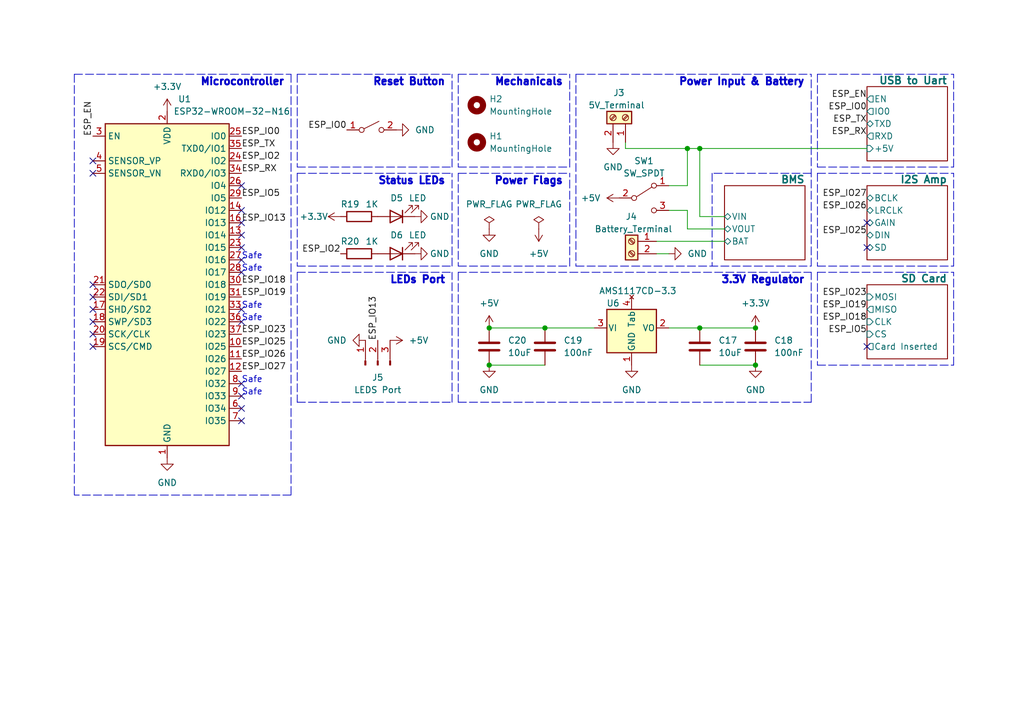
<source format=kicad_sch>
(kicad_sch (version 20230121) (generator eeschema)
  (paper "A5")
  (title_block (title "Way To Silence") (date "2023-10-10") (rev "1.0"))
  (lib_symbols
    (symbol "Way to silence:AMS1117CD-3.3" (pin_names (offset 0.254))
      (property "Reference" "U" (at -3.81 6.35 0))
      (property "Value" "AMS1117CD-3.3" (at 2.54 6.35 0))
      (symbol "AMS1117CD-3.3_0_1"
        (rectangle (start -5.08 3.81) (end 5.08 -5.08) (stroke (width 0.254)) (fill (type background)))
      )
      (symbol "AMS1117CD-3.3_1_1"
        (pin power_in line (at 0 -7.62 90) (length 2.54) (name "GND") (number "1"))
        (pin power_out line (at 7.62 0 180) (length 2.54) (name "VO") (number "2"))
        (pin power_in line (at -7.62 0 0) (length 2.54) (name "VI") (number "3"))
        (pin no_connect line (at 0 6.35 270) (length 2.54) (name "Tab") (number "4"))
      )
    )
    (symbol "Way to silence:C" (pin_numbers hide) (pin_names (offset 0.254))
      (property "Reference" "C" (at -3.81 1.27 0))
      (property "Value" "C" (at 2.54 1.27 0))
      (symbol "C_0_1"
        (polyline (pts (xy -0.762 -2.032) (xy -0.762 2.032)) (stroke (width 0.508)))
        (polyline (pts (xy 0.762 -2.032) (xy 0.762 2.032)) (stroke (width 0.508)))
      )
      (symbol "C_1_1"
        (pin passive line (at -3.81 0 0) (length 2.794) (name "~") (number "1"))
        (pin passive line (at 3.81 0 180) (length 2.794) (name "~") (number "2"))
      )
    )
    (symbol "Way to silence:Conn_01x03_Pin" (pin_names (offset 1.016) hide)
      (property "Reference" "J" (at 0 5.08 0))
      (property "Value" "Conn_01x03_Pin" (at 0 -5.08 0))
      (symbol "Conn_01x03_Pin_1_1"
        (polyline (pts (xy 1.27 -2.54) (xy 0.8636 -2.54)) (stroke (width 0.1524)))
        (polyline (pts (xy 1.27 0) (xy 0.8636 0)) (stroke (width 0.1524)))
        (polyline (pts (xy 1.27 2.54) (xy 0.8636 2.54)) (stroke (width 0.1524)))
        (rectangle (start 0.8636 -2.413) (end 0 -2.667) (stroke (width 0.1524)) (fill (type outline)))
        (rectangle (start 0.8636 0.127) (end 0 -0.127) (stroke (width 0.1524)) (fill (type outline)))
        (rectangle (start 0.8636 2.667) (end 0 2.413) (stroke (width 0.1524)) (fill (type outline)))
        (pin passive line (at 5.08 2.54 180) (length 3.81) (name "Pin_1") (number "1"))
        (pin passive line (at 5.08 0 180) (length 3.81) (name "Pin_2") (number "2"))
        (pin passive line (at 5.08 -2.54 180) (length 3.81) (name "Pin_3") (number "3"))
      )
    )
    (symbol "Way to silence:ESP32-WROOM-32-N16"
      (property "Reference" "U" (at 0 0 0))
      (property "Value" "ESP32-WROOM-32-N16" (at 0 55.88 0))
      (symbol "ESP32-WROOM-32-N16_0_1"
        (rectangle (start -12.7 33.02) (end 12.7 -33.02) (stroke (width 0.254)) (fill (type background)))
      )
      (symbol "ESP32-WROOM-32-N16_1_1"
        (pin power_in line (at 0 -35.56 90) (length 2.54) (name "GND") (number "1"))
        (pin bidirectional line (at 15.24 -12.7 180) (length 2.54) (name "IO25") (number "10"))
        (pin bidirectional line (at 15.24 -15.24 180) (length 2.54) (name "IO26") (number "11"))
        (pin bidirectional line (at 15.24 -17.78 180) (length 2.54) (name "IO27") (number "12"))
        (pin bidirectional line (at 15.24 10.16 180) (length 2.54) (name "IO14") (number "13"))
        (pin bidirectional line (at 15.24 15.24 180) (length 2.54) (name "IO12") (number "14"))
        (pin passive line (at 0 -35.56 90) (length 2.54) hide (name "GND") (number "15"))
        (pin bidirectional line (at 15.24 12.7 180) (length 2.54) (name "IO13") (number "16"))
        (pin bidirectional line (at -15.24 -5.08 0) (length 2.54) (name "SHD/SD2") (number "17"))
        (pin bidirectional line (at -15.24 -7.62 0) (length 2.54) (name "SWP/SD3") (number "18"))
        (pin bidirectional line (at -15.24 -12.7 0) (length 2.54) (name "SCS/CMD") (number "19"))
        (pin power_in line (at 0 35.56 270) (length 2.54) (name "VDD") (number "2"))
        (pin bidirectional line (at -15.24 -10.16 0) (length 2.54) (name "SCK/CLK") (number "20"))
        (pin bidirectional line (at -15.24 0 0) (length 2.54) (name "SDO/SD0") (number "21"))
        (pin bidirectional line (at -15.24 -2.54 0) (length 2.54) (name "SDI/SD1") (number "22"))
        (pin bidirectional line (at 15.24 7.62 180) (length 2.54) (name "IO15") (number "23"))
        (pin bidirectional line (at 15.24 25.4 180) (length 2.54) (name "IO2") (number "24"))
        (pin bidirectional line (at 15.24 30.48 180) (length 2.54) (name "IO0") (number "25"))
        (pin bidirectional line (at 15.24 20.32 180) (length 2.54) (name "IO4") (number "26"))
        (pin bidirectional line (at 15.24 5.08 180) (length 2.54) (name "IO16") (number "27"))
        (pin bidirectional line (at 15.24 2.54 180) (length 2.54) (name "IO17") (number "28"))
        (pin bidirectional line (at 15.24 17.78 180) (length 2.54) (name "IO5") (number "29"))
        (pin input line (at -15.24 30.48 0) (length 2.54) (name "EN") (number "3"))
        (pin bidirectional line (at 15.24 0 180) (length 2.54) (name "IO18") (number "30"))
        (pin bidirectional line (at 15.24 -2.54 180) (length 2.54) (name "IO19") (number "31"))
        (pin no_connect line (at -12.7 -27.94 0) (length 2.54) hide (name "NC") (number "32"))
        (pin bidirectional line (at 15.24 -5.08 180) (length 2.54) (name "IO21") (number "33"))
        (pin bidirectional line (at 15.24 22.86 180) (length 2.54) (name "RXD0/IO3") (number "34"))
        (pin bidirectional line (at 15.24 27.94 180) (length 2.54) (name "TXD0/IO1") (number "35"))
        (pin bidirectional line (at 15.24 -7.62 180) (length 2.54) (name "IO22") (number "36"))
        (pin bidirectional line (at 15.24 -10.16 180) (length 2.54) (name "IO23") (number "37"))
        (pin passive line (at 0 -35.56 90) (length 2.54) hide (name "GND") (number "38"))
        (pin passive line (at 0 -35.56 90) (length 2.54) hide (name "GND") (number "39"))
        (pin input line (at -15.24 25.4 0) (length 2.54) (name "SENSOR_VP") (number "4"))
        (pin input line (at -15.24 22.86 0) (length 2.54) (name "SENSOR_VN") (number "5"))
        (pin input line (at 15.24 -25.4 180) (length 2.54) (name "IO34") (number "6"))
        (pin input line (at 15.24 -27.94 180) (length 2.54) (name "IO35") (number "7"))
        (pin bidirectional line (at 15.24 -20.32 180) (length 2.54) (name "IO32") (number "8"))
        (pin bidirectional line (at 15.24 -22.86 180) (length 2.54) (name "IO33") (number "9"))
      )
    )
    (symbol "Way to silence:LED" (pin_numbers hide) (pin_names (offset 1.016) hide)
      (property "Reference" "D" (at 0 2.54 0))
      (property "Value" "LED" (at 0 -2.54 0))
      (symbol "LED_0_1"
        (polyline (pts (xy -1.27 -1.27) (xy -1.27 1.27)) (stroke (width 0.254)))
        (polyline (pts (xy -1.27 0) (xy 1.27 0)))
        (polyline (pts (xy 1.27 -1.27) (xy 1.27 1.27) (xy -1.27 0) (xy 1.27 -1.27)) (stroke (width 0.254)))
        (polyline (pts (xy -3.048 -0.762) (xy -4.572 -2.286) (xy -3.81 -2.286) (xy -4.572 -2.286) (xy -4.572 -1.524)))
        (polyline (pts (xy -1.778 -0.762) (xy -3.302 -2.286) (xy -2.54 -2.286) (xy -3.302 -2.286) (xy -3.302 -1.524)))
      )
      (symbol "LED_1_1"
        (pin passive line (at -3.81 0 0) (length 2.54) (name "K") (number "1"))
        (pin passive line (at 3.81 0 180) (length 2.54) (name "A") (number "2"))
      )
    )
    (symbol "Way to silence:MountingHole" (pin_names (offset 1.016)) (in_bom no)
      (property "Reference" "H" (at 0 5.08 0))
      (property "Value" "MountingHole" (at 0 3.175 0))
      (symbol "MountingHole_0_1"
        (circle (center 0 0) (radius 1.27) (stroke (width 1.27)))
      )
    )
    (symbol "Way to silence:R" (pin_numbers hide) (pin_names (offset 0))
      (property "Reference" "R" (at 0 2.032 0))
      (property "Value" "R" (at 0 0 0))
      (symbol "R_0_1"
        (rectangle (start 2.54 -1.016) (end -2.54 1.016) (stroke (width 0.254)))
      )
      (symbol "R_1_1"
        (pin passive line (at -3.81 0 0) (length 1.27) (name "~") (number "1"))
        (pin passive line (at 3.81 0 180) (length 1.27) (name "~") (number "2"))
      )
    )
    (symbol "Way to silence:SW_SPDT" (pin_names (offset 0) hide)
      (property "Reference" "SW" (at 0 4.318 0))
      (property "Value" "SW_SPDT" (at 0 -5.08 0))
      (symbol "SW_SPDT_0_0"
        (circle (center -2.032 0) (radius 0.508))
        (circle (center 2.032 -2.54) (radius 0.508))
      )
      (symbol "SW_SPDT_0_1"
        (polyline (pts (xy -1.524 0.254) (xy 1.651 2.286)))
        (circle (center 2.032 2.54) (radius 0.508))
      )
      (symbol "SW_SPDT_1_1"
        (pin passive line (at 5.08 2.54 180) (length 2.54) (name "A") (number "1"))
        (pin passive line (at -5.08 0 0) (length 2.54) (name "B") (number "2"))
        (pin passive line (at 5.08 -2.54 180) (length 2.54) (name "C") (number "3"))
      )
    )
    (symbol "Way to silence:SW_SPST" (pin_names (offset 0) hide)
      (property "Reference" "SW" (at 0 3.175 0))
      (property "Value" "SW_SPST" (at 0 -2.54 0))
      (symbol "SW_SPST_0_0"
        (circle (center -2.032 0) (radius 0.508))
        (polyline (pts (xy -1.524 0.254) (xy 1.524 1.778)))
        (circle (center 2.032 0) (radius 0.508))
      )
      (symbol "SW_SPST_1_1"
        (pin passive line (at -5.08 0 0) (length 2.54) (name "A") (number "1"))
        (pin passive line (at 5.08 0 180) (length 2.54) (name "B") (number "2"))
      )
    )
    (symbol "Way to silence:Screw_Terminal_01x02" (pin_names (offset 1.016) hide)
      (property "Reference" "J" (at 0 2.54 0))
      (property "Value" "Screw_Terminal_01x02" (at 0 -5.08 0))
      (symbol "Screw_Terminal_01x02_1_1"
        (rectangle (start -1.27 1.27) (end 1.27 -3.81) (stroke (width 0.254)) (fill (type background)))
        (circle (center 0 -2.54) (radius 0.635) (stroke (width 0.1524)))
        (polyline (pts (xy -0.5334 -2.2098) (xy 0.3302 -3.048)) (stroke (width 0.1524)))
        (polyline (pts (xy -0.5334 0.3302) (xy 0.3302 -0.508)) (stroke (width 0.1524)))
        (polyline (pts (xy -0.3556 -2.032) (xy 0.508 -2.8702)) (stroke (width 0.1524)))
        (polyline (pts (xy -0.3556 0.508) (xy 0.508 -0.3302)) (stroke (width 0.1524)))
        (circle (center 0 0) (radius 0.635) (stroke (width 0.1524)))
        (pin passive line (at -5.08 -2.54 0) (length 3.81) (name "Pin_1") (number "1"))
        (pin passive line (at -5.08 0 0) (length 3.81) (name "Pin_2") (number "2"))
      )
    )
    (symbol "power:+3.3V" (power) (pin_names (offset 0))
      (property "Value" "+3.3V" (at 0 3.556 0))
      (symbol "+3.3V_0_1"
        (polyline (pts (xy -0.762 1.27) (xy 0 2.54)))
        (polyline (pts (xy 0 0) (xy 0 2.54)))
        (polyline (pts (xy 0 2.54) (xy 0.762 1.27)))
      )
      (symbol "+3.3V_1_1"
        (pin power_in line (at 0 0 90) (length 0) hide (name "+3.3V") (number "1"))
      )
    )
    (symbol "power:+5V" (power) (pin_names (offset 0))
      (property "Value" "+5V" (at 0 3.556 0))
      (symbol "+5V_0_1"
        (polyline (pts (xy -0.762 1.27) (xy 0 2.54)))
        (polyline (pts (xy 0 0) (xy 0 2.54)))
        (polyline (pts (xy 0 2.54) (xy 0.762 1.27)))
      )
      (symbol "+5V_1_1"
        (pin power_in line (at 0 0 90) (length 0) hide (name "+5V") (number "1"))
      )
    )
    (symbol "power:GND" (power) (pin_names (offset 0))
      (property "Value" "GND" (at 0 -3.81 0))
      (symbol "GND_0_1"
        (polyline (pts (xy 0 0) (xy 0 -1.27) (xy 1.27 -1.27) (xy 0 -2.54) (xy -1.27 -1.27) (xy 0 -1.27)))
      )
      (symbol "GND_1_1"
        (pin power_in line (at 0 0 270) (length 0) hide (name "GND") (number "1"))
      )
    )
    (symbol "power:PWR_FLAG" (power) (pin_numbers hide) (pin_names (offset 0) hide)
      (property "Value" "PWR_FLAG" (at 0 3.81 0))
      (symbol "PWR_FLAG_0_0"
        (pin power_out line (at 0 0 90) (length 0) (name "pwr") (number "1"))
      )
      (symbol "PWR_FLAG_0_1"
        (polyline (pts (xy 0 0) (xy 0 1.27) (xy -1.016 1.905) (xy 0 2.54) (xy 1.016 1.905) (xy 0 1.27)))
      )
    )
  )
  (junction (at 143.51 67.31))
  (junction (at 100.33 67.31))
  (junction (at 143.51 30.48))
  (junction (at 111.76 67.31))
  (junction (at 154.94 67.31))
  (junction (at 140.97 30.48))
  (junction (at 154.94 74.93))
  (junction (at 100.33 74.93))
  (no_connect (at 19.05 66.04))
  (no_connect (at 49.53 83.82))
  (no_connect (at 19.05 35.56))
  (no_connect (at 177.8 45.72))
  (no_connect (at 49.53 48.26))
  (no_connect (at 19.05 58.42))
  (no_connect (at 49.53 63.5))
  (no_connect (at 177.8 50.8))
  (no_connect (at 49.53 81.28))
  (no_connect (at 177.8 71.12))
  (no_connect (at 19.05 60.96))
  (no_connect (at 49.53 50.8))
  (no_connect (at 49.53 38.1))
  (no_connect (at 19.05 71.12))
  (no_connect (at 49.53 78.74))
  (no_connect (at 49.53 55.88))
  (no_connect (at 19.05 33.02))
  (no_connect (at 49.53 86.36))
  (no_connect (at 49.53 53.34))
  (no_connect (at 49.53 43.18))
  (no_connect (at 19.05 63.5))
  (no_connect (at 49.53 66.04))
  (no_connect (at 19.05 68.58))
  (no_connect (at 49.53 45.72))
  (polyline (pts (xy 93.98 15.24) (xy 116.84 15.24)) (stroke (width 0) (type dash)))
  (polyline (pts (xy 93.98 34.29) (xy 116.84 34.29)) (stroke (width 0) (type dash)))
  (wire (pts (xy 143.51 30.48) (xy 177.8 30.48)))
  (wire (pts (xy 148.59 46.99) (xy 140.97 46.99)))
  (polyline (pts (xy 60.96 35.56) (xy 92.71 35.56)) (stroke (width 0) (type dash)))
  (polyline (pts (xy 60.96 82.55) (xy 92.71 82.55)) (stroke (width 0) (type dash)))
  (wire (pts (xy 137.16 38.1) (xy 140.97 38.1)))
  (polyline (pts (xy 93.98 15.24) (xy 93.98 34.29)) (stroke (width 0) (type dash)))
  (polyline (pts (xy 92.71 82.55) (xy 92.71 55.88)) (stroke (width 0) (type dash)))
  (polyline (pts (xy 59.69 101.6) (xy 15.24 101.6)) (stroke (width 0) (type dash)))
  (polyline (pts (xy 118.11 15.24) (xy 166.37 15.24)) (stroke (width 0) (type dash)))
  (polyline (pts (xy 118.11 54.61) (xy 166.37 54.61)) (stroke (width 0) (type dash)))
  (polyline (pts (xy 167.64 55.88) (xy 195.58 55.88)) (stroke (width 0) (type dash)))
  (wire (pts (xy 140.97 30.48) (xy 143.51 30.48)))
  (polyline (pts (xy 15.24 15.24) (xy 59.69 15.24)) (stroke (width 0) (type dash)))
  (polyline (pts (xy 167.64 15.24) (xy 167.64 34.29)) (stroke (width 0) (type dash)))
  (wire (pts (xy 143.51 44.45) (xy 148.59 44.45)))
  (polyline (pts (xy 92.71 54.61) (xy 92.71 35.56)) (stroke (width 0) (type dash)))
  (polyline (pts (xy 60.96 55.88) (xy 60.96 82.55)) (stroke (width 0) (type dash)))
  (wire (pts (xy 140.97 46.99) (xy 140.97 43.18)))
  (polyline (pts (xy 15.24 15.24) (xy 15.24 101.6)) (stroke (width 0) (type dash)))
  (wire (pts (xy 143.51 74.93) (xy 154.94 74.93)))
  (wire (pts (xy 137.16 67.31) (xy 143.51 67.31)))
  (polyline (pts (xy 167.64 34.29) (xy 195.58 34.29)) (stroke (width 0) (type dash)))
  (wire (pts (xy 128.27 30.48) (xy 128.27 29.21)))
  (polyline (pts (xy 116.84 34.29) (xy 116.84 15.24)) (stroke (width 0) (type dash)))
  (polyline (pts (xy 93.98 54.61) (xy 116.84 54.61)) (stroke (width 0) (type dash)))
  (wire (pts (xy 140.97 38.1) (xy 140.97 30.48)))
  (wire (pts (xy 143.51 67.31) (xy 154.94 67.31)))
  (polyline (pts (xy 167.64 54.61) (xy 195.58 54.61)) (stroke (width 0) (type dash)))
  (polyline (pts (xy 166.37 35.56) (xy 146.05 35.56)) (stroke (width 0) (type dash)))
  (wire (pts (xy 100.33 74.93) (xy 111.76 74.93)))
  (polyline (pts (xy 60.96 15.24) (xy 92.71 15.24)) (stroke (width 0) (type dash)))
  (polyline (pts (xy 167.64 15.24) (xy 195.58 15.24)) (stroke (width 0) (type dash)))
  (polyline (pts (xy 195.58 54.61) (xy 195.58 35.56)) (stroke (width 0) (type dash)))
  (polyline (pts (xy 167.64 35.56) (xy 195.58 35.56)) (stroke (width 0) (type dash)))
  (wire (pts (xy 100.33 67.31) (xy 111.76 67.31)))
  (polyline (pts (xy 166.37 82.55) (xy 166.37 55.88)) (stroke (width 0) (type dash)))
  (polyline (pts (xy 60.96 15.24) (xy 60.96 34.29)) (stroke (width 0) (type dash)))
  (polyline (pts (xy 59.69 15.24) (xy 59.69 101.6)) (stroke (width 0) (type dash)))
  (polyline (pts (xy 60.96 34.29) (xy 92.71 34.29)) (stroke (width 0) (type dash)))
  (polyline (pts (xy 166.37 54.61) (xy 166.37 15.24)) (stroke (width 0) (type dash)))
  (polyline (pts (xy 93.98 55.88) (xy 93.98 82.55)) (stroke (width 0) (type dash)))
  (polyline (pts (xy 167.64 55.88) (xy 167.64 74.93)) (stroke (width 0) (type dash)))
  (polyline (pts (xy 60.96 35.56) (xy 60.96 54.61)) (stroke (width 0) (type dash)))
  (wire (pts (xy 134.62 52.07) (xy 137.16 52.07)))
  (polyline (pts (xy 167.64 74.93) (xy 195.58 74.93)) (stroke (width 0) (type dash)))
  (polyline (pts (xy 118.11 15.24) (xy 118.11 54.61)) (stroke (width 0) (type dash)))
  (wire (pts (xy 143.51 30.48) (xy 143.51 44.45)))
  (polyline (pts (xy 93.98 35.56) (xy 116.84 35.56)) (stroke (width 0) (type dash)))
  (polyline (pts (xy 146.05 35.56) (xy 146.05 54.61)) (stroke (width 0) (type dash)))
  (polyline (pts (xy 195.58 74.93) (xy 195.58 55.88)) (stroke (width 0) (type dash)))
  (polyline (pts (xy 116.84 54.61) (xy 116.84 35.56)) (stroke (width 0) (type dash)))
  (polyline (pts (xy 93.98 55.88) (xy 166.37 55.88)) (stroke (width 0) (type dash)))
  (polyline (pts (xy 60.96 55.88) (xy 92.71 55.88)) (stroke (width 0) (type dash)))
  (wire (pts (xy 134.62 49.53) (xy 148.59 49.53)))
  (wire (pts (xy 111.76 67.31) (xy 121.92 67.31)))
  (wire (pts (xy 140.97 30.48) (xy 128.27 30.48)))
  (polyline (pts (xy 92.71 34.29) (xy 92.71 15.24)) (stroke (width 0) (type dash)))
  (polyline (pts (xy 195.58 34.29) (xy 195.58 15.24)) (stroke (width 0) (type dash)))
  (polyline (pts (xy 93.98 82.55) (xy 166.37 82.55)) (stroke (width 0) (type dash)))
  (polyline (pts (xy 60.96 54.61) (xy 92.71 54.61)) (stroke (width 0) (type dash)))
  (polyline (pts (xy 93.98 35.56) (xy 93.98 54.61)) (stroke (width 0) (type dash)))
  (wire (pts (xy 140.97 43.18) (xy 137.16 43.18)))
  (polyline (pts (xy 167.64 35.56) (xy 167.64 54.61)) (stroke (width 0) (type dash)))
  (text "LEDs Port" (at 91.44 58.42 0) (effects (font (size 1.5 1.5) (thickness 0.4) bold) (justify right bottom)))
  (text "Safe" (at 49.53 55.88 0) (effects (font (size 1.27 1.27)) (justify left bottom)))
  (text "Safe" (at 49.53 53.34 0) (effects (font (size 1.27 1.27)) (justify left bottom)))
  (text "Safe" (at 49.53 81.28 0) (effects (font (size 1.27 1.27)) (justify left bottom)))
  (text "3.3V Regulator" (at 165.1 58.42 0) (effects (font (size 1.5 1.5) (thickness 0.4) bold) (justify right bottom)))
  (text "Reset Button\n" (at 91.44 17.78 0) (effects (font (size 1.5 1.5) (thickness 0.4) bold) (justify right bottom)))
  (text "Status LEDs" (at 91.44 38.1 0) (effects (font (size 1.5 1.5) (thickness 0.4) bold) (justify right bottom)))
  (text "Microcontroller" (at 58.42 17.78 0) (effects (font (size 1.5 1.5) (thickness 0.4) bold) (justify right bottom)))
  (text "Safe" (at 49.53 66.04 0) (effects (font (size 1.27 1.27)) (justify left bottom)))
  (text "Power Flags" (at 115.57 38.1 0) (effects (font (size 1.5 1.5) (thickness 0.4) bold) (justify right bottom)))
  (text "Power Input & Battery" (at 165.1 17.78 0) (effects (font (size 1.5 1.5) (thickness 0.4) bold) (justify right bottom)))
  (text "Safe" (at 49.53 78.74 0) (effects (font (size 1.27 1.27)) (justify left bottom)))
  (text "Mechanicals" (at 115.57 17.78 0) (effects (font (size 1.5 1.5) (thickness 0.4) bold) (justify right bottom)))
  (text "Safe" (at 49.53 63.5 0) (effects (font (size 1.27 1.27)) (justify left bottom)))
  (label "ESP_EN" (at 19.05 27.94 90))
  (label "ESP_TX" (at 49.53 30.48 0))
  (label "ESP_RX" (at 177.8 27.94 180))
  (label "ESP_IO19" (at 49.53 60.96 0))
  (label "ESP_TX" (at 177.8 25.4 180))
  (label "ESP_IO25" (at 177.8 48.26 180))
  (label "ESP_IO13" (at 49.53 45.72 0))
  (label "ESP_IO0" (at 71.12 26.67 180))
  (label "ESP_IO23" (at 49.53 68.58 0))
  (label "ESP_IO18" (at 49.53 58.42 0))
  (label "ESP_IO26" (at 49.53 73.66 0))
  (label "ESP_EN" (at 177.8 20.32 180))
  (label "ESP_IO23" (at 177.8 60.96 180))
  (label "ESP_IO2" (at 69.85 52.07 180))
  (label "ESP_IO26" (at 177.8 43.18 180))
  (label "ESP_IO13" (at 77.47 69.85 90))
  (label "ESP_IO5" (at 177.8 68.58 180))
  (label "ESP_IO2" (at 49.53 33.02 0))
  (label "ESP_IO19" (at 177.8 63.5 180))
  (label "ESP_IO5" (at 49.53 40.64 0))
  (label "ESP_IO18" (at 177.8 66.04 180))
  (label "ESP_RX" (at 49.53 35.56 0))
  (label "ESP_IO27" (at 177.8 40.64 180))
  (label "ESP_IO27" (at 49.53 76.2 0))
  (label "ESP_IO25" (at 49.53 71.12 0))
  (label "ESP_IO0" (at 177.8 22.86 180))
  (label "ESP_IO0" (at 49.53 27.94 0))
  (symbol (lib_id "power:GND") (at 137.16 52.07 90) (unit 1)
    (property "Reference" "#PWR012" (effects hide))
    (property "Value" "GND" (at 140.97 52.07 90) (effects (justify right)))
  )
  (symbol (lib_id "power:+3.3V") (at 154.94 67.31 0) (unit 1)
    (property "Reference" "#PWR044" (effects hide))
    (property "Value" "+3.3V" (at 154.94 62.23 0))
  )
  (symbol (lib_id "Way to silence:ESP32-WROOM-32-N16") (at 34.29 58.42 0) (unit 1)
    (property "Reference" "U1" (at 36.4841 20.32 0) (effects (justify left)))
    (property "Value" "ESP32-WROOM-32-N16" (at 35.56 22.86 0) (effects (justify left)))
    (property "Footprint" "Way to silence:ESP32-WROOM-32" (effects hide))
    (property "Datasheet" "https://datasheet.lcsc.com/lcsc/2304140030_Espressif-Systems-ESP32-WROOM-32-N16_C529581.pdf" (effects hide))
    (property "LCSC" "C529581" (effects hide))
    (property "JLCPCB Position Offset" "-0.1, -0.95" (effects hide))
  )
  (symbol (lib_id "power:GND") (at 74.93 69.85 270) (unit 1)
    (property "Reference" "#PWR050" (effects hide))
    (property "Value" "GND" (at 71.12 69.85 90) (effects (justify right)))
  )
  (symbol (lib_id "Way to silence:MountingHole") (at 97.79 21.59 0) (unit 1) (in_bom no)
    (property "Reference" "H2" (at 100.33 20.32 0) (effects (justify left)))
    (property "Value" "MountingHole" (at 100.33 22.86 0) (effects (justify left)))
    (property "Footprint" "Way to silence:MountingHole_3.2mm_M3" (effects hide))
  )
  (symbol (lib_id "Way to silence:MountingHole") (at 97.79 29.21 0) (unit 1) (in_bom no)
    (property "Reference" "H1" (at 100.33 27.94 0) (effects (justify left)))
    (property "Value" "MountingHole" (at 100.33 30.48 0) (effects (justify left)))
    (property "Footprint" "Way to silence:MountingHole_3.2mm_M3" (effects hide))
  )
  (symbol (lib_id "power:PWR_FLAG") (at 100.33 46.99 0) (unit 1)
    (property "Reference" "#FLG01" (effects hide))
    (property "Value" "PWR_FLAG" (at 100.33 41.91 0))
  )
  (symbol (lib_id "power:GND") (at 125.73 29.21 0) (unit 1)
    (property "Reference" "#PWR011" (effects hide))
    (property "Value" "GND" (at 125.73 34.29 0))
  )
  (symbol (lib_id "power:GND") (at 85.09 44.45 90) (unit 1)
    (property "Reference" "#PWR045" (effects hide))
    (property "Value" "GND" (at 90.17 44.45 90))
  )
  (symbol (lib_id "power:+5V") (at 127 40.64 90) (unit 1)
    (property "Reference" "#PWR06" (effects hide))
    (property "Value" "+5V" (at 123.19 40.64 90) (effects (justify left)))
  )
  (symbol (lib_id "power:PWR_FLAG") (at 110.49 46.99 0) (unit 1)
    (property "Reference" "#FLG03" (effects hide))
    (property "Value" "PWR_FLAG" (at 110.49 41.91 0))
  )
  (symbol (lib_id "power:+5V") (at 100.33 67.31 0) (unit 1)
    (property "Reference" "#PWR043" (effects hide))
    (property "Value" "+5V" (at 100.33 62.23 0))
  )
  (symbol (lib_id "power:+3.3V") (at 34.29 22.86 0) (unit 1)
    (property "Reference" "#PWR048" (effects hide))
    (property "Value" "+3.3V" (at 34.29 17.78 0))
  )
  (symbol (lib_id "Way to silence:R") (at 73.66 52.07 180) (unit 1)
    (property "Reference" "R20" (at 69.85 49.53 0) (effects (justify right)))
    (property "Value" "1K" (at 74.93 49.53 0) (effects (justify right)))
    (property "Footprint" "Way to silence:R_0603_1608Metric" (effects hide))
    (property "LCSC" "C21190" (effects hide))
  )
  (symbol (lib_id "power:+5V") (at 110.49 46.99 180) (unit 1)
    (property "Reference" "#PWR04" (effects hide))
    (property "Value" "+5V" (at 110.49 52.07 0))
  )
  (symbol (lib_id "power:+5V") (at 80.01 69.85 270) (unit 1)
    (property "Reference" "#PWR051" (effects hide))
    (property "Value" "+5V" (at 83.82 69.85 90) (effects (justify left)))
  )
  (symbol (lib_id "Way to silence:Conn_01x03_Pin") (at 77.47 74.93 90) (unit 1)
    (property "Reference" "J5" (at 77.47 77.47 90))
    (property "Value" "LEDS Port" (at 77.47 80.01 90))
    (property "Footprint" "Way to silence:PinHeader_1x03_P2.54mm_Vertical" (effects hide))
  )
  (symbol (lib_id "Way to silence:AMS1117CD-3.3") (at 129.54 67.31 0) (unit 1)
    (property "Reference" "U6" (at 125.73 62.23 0))
    (property "Value" "AMS1117CD-3.3" (at 130.81 59.69 0))
    (property "Footprint" "Way to silence:AMS1117CD-3.3" (effects hide))
    (property "Datasheet" "http://www.advanced-monolithic.com/pdf/ds1117.pdf" (effects hide))
    (property "LCSC" "C347222" (effects hide))
    (property "JLCPCB Rotation Offset" "270" (effects hide))
  )
  (symbol (lib_id "power:GND") (at 100.33 46.99 0) (unit 1)
    (property "Reference" "#PWR09" (effects hide))
    (property "Value" "GND" (at 100.33 52.07 0))
  )
  (symbol (lib_id "Way to silence:SW_SPDT") (at 132.08 40.64 0) (unit 1)
    (property "Reference" "SW1" (at 132.08 33.02 0))
    (property "Value" "SW_SPDT" (at 132.08 35.56 0))
    (property "Footprint" "Way to silence:SW_SPDT" (effects hide))
    (property "LCSC" "C319013" (effects hide))
  )
  (symbol (lib_id "power:GND") (at 34.29 93.98 0) (unit 1)
    (property "Reference" "#PWR047" (effects hide))
    (property "Value" "GND" (at 34.29 99.06 0))
  )
  (symbol (lib_id "Way to silence:C") (at 143.51 71.12 90) (unit 1)
    (property "Reference" "C17" (at 147.32 69.85 90) (effects (justify right)))
    (property "Value" "10uF" (at 147.32 72.39 90) (effects (justify right)))
    (property "Footprint" "Way to silence:C_0603_1608Metric" (effects hide))
    (property "LCSC" "C77041" (effects hide))
  )
  (symbol (lib_id "power:GND") (at 81.28 26.67 90) (unit 1)
    (property "Reference" "#PWR049" (effects hide))
    (property "Value" "GND" (at 85.09 26.67 90) (effects (justify right)))
  )
  (symbol (lib_id "Way to silence:LED") (at 81.28 52.07 180) (unit 1)
    (property "Reference" "D6" (at 80.01 48.26 0) (effects (justify right)))
    (property "Value" "LED" (at 83.82 48.26 0) (effects (justify right)))
    (property "Footprint" "Way to silence:LED_0603" (effects hide))
    (property "LCSC" "C84268" (effects hide))
  )
  (symbol (lib_id "Way to silence:LED") (at 81.28 44.45 180) (unit 1)
    (property "Reference" "D5" (at 80.01 40.64 0) (effects (justify right)))
    (property "Value" "LED" (at 83.82 40.64 0) (effects (justify right)))
    (property "Footprint" "Way to silence:LED_0603" (effects hide))
    (property "LCSC" "C84268" (effects hide))
  )
  (symbol (lib_id "Way to silence:C") (at 154.94 71.12 90) (unit 1)
    (property "Reference" "C18" (at 158.75 69.85 90) (effects (justify right)))
    (property "Value" "100nF" (at 158.75 72.39 90) (effects (justify right)))
    (property "Footprint" "Way to silence:C_0603_1608Metric" (effects hide))
    (property "LCSC" "C14663" (effects hide))
  )
  (symbol (lib_id "Way to silence:R") (at 73.66 44.45 180) (unit 1)
    (property "Reference" "R19" (at 69.85 41.91 0) (effects (justify right)))
    (property "Value" "1K" (at 74.93 41.91 0) (effects (justify right)))
    (property "Footprint" "Way to silence:R_0603_1608Metric" (effects hide))
    (property "LCSC" "C21190" (effects hide))
  )
  (symbol (lib_id "Way to silence:SW_SPST") (at 76.2 26.67 0) (unit 1)
    (property "Reference" "SW3" (effects hide))
    (property "Value" "SW_SPST" (effects hide))
    (property "Footprint" "Way to silence:SW_SPST" (effects hide))
    (property "LCSC" "C455280" (effects hide))
  )
  (symbol (lib_id "power:GND") (at 100.33 74.93 0) (unit 1)
    (property "Reference" "#PWR042" (effects hide))
    (property "Value" "GND" (at 100.33 80.01 0))
  )
  (symbol (lib_id "Way to silence:C") (at 100.33 71.12 90) (unit 1)
    (property "Reference" "C20" (at 104.14 69.85 90) (effects (justify right)))
    (property "Value" "10uF" (at 104.14 72.39 90) (effects (justify right)))
    (property "Footprint" "Way to silence:C_0603_1608Metric" (effects hide))
    (property "LCSC" "C77041" (effects hide))
  )
  (symbol (lib_id "power:+3.3V") (at 69.85 44.45 90) (unit 1)
    (property "Reference" "#PWR010" (effects hide))
    (property "Value" "+3.3V" (at 67.31 44.45 90) (effects (justify left)))
  )
  (symbol (lib_id "Way to silence:C") (at 111.76 71.12 90) (unit 1)
    (property "Reference" "C19" (at 115.57 69.85 90) (effects (justify right)))
    (property "Value" "100nF" (at 115.57 72.39 90) (effects (justify right)))
    (property "Footprint" "Way to silence:C_0603_1608Metric" (effects hide))
    (property "LCSC" "C14663" (effects hide))
  )
  (symbol (lib_id "power:GND") (at 85.09 52.07 90) (unit 1)
    (property "Reference" "#PWR046" (effects hide))
    (property "Value" "GND" (at 90.17 52.07 90))
  )
  (symbol (lib_id "power:GND") (at 154.94 74.93 0) (unit 1)
    (property "Reference" "#PWR024" (effects hide))
    (property "Value" "GND" (at 154.94 80.01 0))
  )
  (symbol (lib_id "Way to silence:Screw_Terminal_01x02") (at 129.54 52.07 180) (unit 1)
    (property "Reference" "J4" (at 128.27 44.45 0) (effects (justify right)))
    (property "Value" "Battery_Terminal" (at 121.92 46.99 0) (effects (justify right)))
    (property "Footprint" "Way to silence:Screw_Terminal_3.5" (effects hide))
    (property "LCSC" "C784942" (effects hide))
    (property "JLCPCB Rotation Offset" "180" (effects hide))
  )
  (symbol (lib_id "Way to silence:Screw_Terminal_01x02") (at 125.73 24.13 90) (unit 1)
    (property "Reference" "J3" (at 125.73 19.05 90) (effects (justify right)))
    (property "Value" "5V_Terminal" (at 120.65 21.59 90) (effects (justify right)))
    (property "Footprint" "Way to silence:Screw_Terminal_3.5" (effects hide))
    (property "LCSC" "C784942" (effects hide))
    (property "JLCPCB Rotation Offset" "180" (effects hide))
  )
  (symbol (lib_id "power:GND") (at 129.54 74.93 0) (unit 1)
    (property "Reference" "#PWR013" (effects hide))
    (property "Value" "GND" (at 129.54 80.01 0))
  )
  (sheet (at 177.8 38.1) (size 16.51 15.24) (stroke (width 0.1524))
    (property "Sheetname" "I2S Amp" (at 194.31 36.83 0) (effects (font (size 1.5 1.5) bold) (justify right)))
    (property "Sheetfile" "I2SAmp.kicad_sch" (effects hide))
    (pin "BCLK" bidirectional (at 177.8 40.64 180))
    (pin "LRCLK" bidirectional (at 177.8 43.18 180))
    (pin "GAIN" bidirectional (at 177.8 45.72 180))
    (pin "DIN" bidirectional (at 177.8 48.26 180))
    (pin "SD" bidirectional (at 177.8 50.8 180))
  )
  (sheet (at 177.8 58.42) (size 16.51 15.24) (stroke (width 0.1524))
    (property "Sheetname" "SD Card" (at 194.31 57.15 0) (effects (font (size 1.5 1.5) bold) (justify right)))
    (property "Sheetfile" "SD_Card.kicad_sch" (effects hide))
    (pin "MISO" output (at 177.8 63.5 180))
    (pin "Card Inserted" output (at 177.8 71.12 180))
    (pin "CS" input (at 177.8 68.58 180))
    (pin "CLK" input (at 177.8 66.04 180))
    (pin "MOSI" input (at 177.8 60.96 180))
  )
  (sheet (at 177.8 17.78) (size 16.51 15.24) (stroke (width 0.1524))
    (property "Sheetname" "USB to Uart" (at 194.31 16.51 0) (effects (font (size 1.5 1.5) bold) (justify right)))
    (property "Sheetfile" "USB to Uart.kicad_sch" (effects hide))
    (pin "EN" output (at 177.8 20.32 180))
    (pin "IO0" output (at 177.8 22.86 180))
    (pin "TXD" bidirectional (at 177.8 25.4 180))
    (pin "RXD" output (at 177.8 27.94 180))
    (pin "+5V" input (at 177.8 30.48 180))
  )
  (sheet (at 148.59 38.1) (size 16.51 15.24) (stroke (width 0.1524))
    (property "Sheetname" "BMS" (at 165.1 36.83 0) (effects (font (size 1.5 1.5) bold) (justify right)))
    (property "Sheetfile" "battery_management.kicad_sch" (effects hide))
    (pin "VIN" bidirectional (at 148.59 44.45 180))
    (pin "VOUT" bidirectional (at 148.59 46.99 180))
    (pin "BAT" bidirectional (at 148.59 49.53 180))
  )
)
</source>
